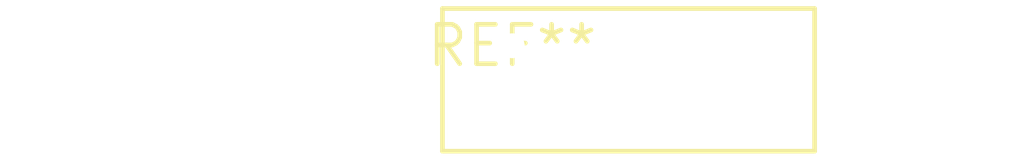
<source format=kicad_pcb>
(kicad_pcb (version 20240108) (generator pcbnew)
  (layers (0 "F.Cu" signal) (31 "B.Cu" signal) (34 "B.Paste" user) (35 "F.Paste" user) (36 "B.SilkS" user "B.Silkscreen") (37 "F.SilkS" user "F.Silkscreen") (38 "B.Mask" user) (39 "F.Mask" user) (44 "Edge.Cuts" user))
  (net 0 "")
  (footprint "RV_Disc_D12mm_W4.6mm_P7.5mm" (layer "F.Cu") (at 0 0)
    (property "Reference" "REF**")
    (property "Value" "RV_Disc_D12mm_W4.6mm_P7.5mm")
    (fp_line (start -2.25 -1.2) (end -2.25 3.4) (layer "F.SilkS") (stroke (width 0.15)))
    (fp_line (start -2.25 -1.2) (end 9.75 -1.2) (layer "F.SilkS") (stroke (width 0.15)))
    (fp_line (start -2.25 3.4) (end 9.75 3.4) (layer "F.SilkS") (stroke (width 0.15)))
    (fp_line (start 9.75 -1.2) (end 9.75 3.4) (layer "F.SilkS") (stroke (width 0.15)))
    (pad "1" thru_hole circle (at 0 0) (size 1.8 1.8) (drill 0.8) (layers *.Cu *.Mask) (remove_unused_layers))
    (pad "2" thru_hole circle (at 7.5 2.2) (size 1.8 1.8) (drill 0.8) (layers *.Cu *.Mask) (remove_unused_layers))
  )
)
</source>
